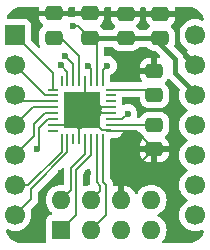
<source format=gbr>
%TF.GenerationSoftware,KiCad,Pcbnew,8.0.3*%
%TF.CreationDate,2024-07-22T10:14:54+02:00*%
%TF.ProjectId,Untitled,556e7469-746c-4656-942e-6b696361645f,rev?*%
%TF.SameCoordinates,Original*%
%TF.FileFunction,Copper,L1,Top*%
%TF.FilePolarity,Positive*%
%FSLAX46Y46*%
G04 Gerber Fmt 4.6, Leading zero omitted, Abs format (unit mm)*
G04 Created by KiCad (PCBNEW 8.0.3) date 2024-07-22 10:14:54*
%MOMM*%
%LPD*%
G01*
G04 APERTURE LIST*
G04 Aperture macros list*
%AMRoundRect*
0 Rectangle with rounded corners*
0 $1 Rounding radius*
0 $2 $3 $4 $5 $6 $7 $8 $9 X,Y pos of 4 corners*
0 Add a 4 corners polygon primitive as box body*
4,1,4,$2,$3,$4,$5,$6,$7,$8,$9,$2,$3,0*
0 Add four circle primitives for the rounded corners*
1,1,$1+$1,$2,$3*
1,1,$1+$1,$4,$5*
1,1,$1+$1,$6,$7*
1,1,$1+$1,$8,$9*
0 Add four rect primitives between the rounded corners*
20,1,$1+$1,$2,$3,$4,$5,0*
20,1,$1+$1,$4,$5,$6,$7,0*
20,1,$1+$1,$6,$7,$8,$9,0*
20,1,$1+$1,$8,$9,$2,$3,0*%
G04 Aperture macros list end*
%TA.AperFunction,SMDPad,CuDef*%
%ADD10RoundRect,0.250000X-0.475000X0.337500X-0.475000X-0.337500X0.475000X-0.337500X0.475000X0.337500X0*%
%TD*%
%TA.AperFunction,ComponentPad*%
%ADD11R,1.700000X1.700000*%
%TD*%
%TA.AperFunction,ComponentPad*%
%ADD12C,1.700000*%
%TD*%
%TA.AperFunction,ComponentPad*%
%ADD13R,1.600000X1.600000*%
%TD*%
%TA.AperFunction,ComponentPad*%
%ADD14O,1.600000X1.600000*%
%TD*%
%TA.AperFunction,SMDPad,CuDef*%
%ADD15RoundRect,0.062500X-0.375000X-0.062500X0.375000X-0.062500X0.375000X0.062500X-0.375000X0.062500X0*%
%TD*%
%TA.AperFunction,SMDPad,CuDef*%
%ADD16RoundRect,0.062500X-0.062500X-0.375000X0.062500X-0.375000X0.062500X0.375000X-0.062500X0.375000X0*%
%TD*%
%TA.AperFunction,HeatsinkPad*%
%ADD17C,0.630000*%
%TD*%
%TA.AperFunction,HeatsinkPad*%
%ADD18R,3.100000X3.100000*%
%TD*%
%TA.AperFunction,SMDPad,CuDef*%
%ADD19RoundRect,0.250000X0.475000X-0.337500X0.475000X0.337500X-0.475000X0.337500X-0.475000X-0.337500X0*%
%TD*%
%TA.AperFunction,ViaPad*%
%ADD20C,0.600000*%
%TD*%
%TA.AperFunction,Conductor*%
%ADD21C,0.200000*%
%TD*%
%TA.AperFunction,Conductor*%
%ADD22C,0.400000*%
%TD*%
G04 APERTURE END LIST*
D10*
%TO.P,C1,1*%
%TO.N,GND*%
X101600000Y-52556500D03*
%TO.P,C1,2*%
%TO.N,Net-(U2-AVDD)*%
X101600000Y-54631500D03*
%TD*%
%TO.P,C4,1*%
%TO.N,GND*%
X99187000Y-47730500D03*
%TO.P,C4,2*%
%TO.N,3V3*%
X99187000Y-49805500D03*
%TD*%
%TO.P,C5,1*%
%TO.N,GND*%
X102108000Y-47730500D03*
%TO.P,C5,2*%
%TO.N,3V3*%
X102108000Y-49805500D03*
%TD*%
D11*
%TO.P,U1,1,P0.02_A0_D0*%
%TO.N,MCLK*%
X89826500Y-49537590D03*
D12*
%TO.P,U1,2,P0.03_A1_D1*%
%TO.N,BCLK*%
X89826500Y-52077590D03*
%TO.P,U1,3,P0.28_A2_D2*%
%TO.N,WCLK*%
X89826500Y-54617590D03*
%TO.P,U1,4,P0.29_A3_D3*%
%TO.N,DIN*%
X89826500Y-57157590D03*
%TO.P,U1,5,P0.04_A4_D4_SDA*%
%TO.N,DOUT*%
X89826500Y-59697590D03*
%TO.P,U1,6,P0.05_A5_D5_SCL*%
%TO.N,SCL*%
X89826500Y-62237590D03*
%TO.P,U1,7,P1.11_D6_TX*%
%TO.N,SDA*%
X89826500Y-64777590D03*
%TO.P,U1,8,P1.12_D7_RX*%
%TO.N,unconnected-(U1-P1.12_D7_RX-Pad8)*%
X105076500Y-64777590D03*
%TO.P,U1,9,P1.13_D8_SCK*%
%TO.N,unconnected-(U1-P1.13_D8_SCK-Pad9)*%
X105076500Y-62237590D03*
%TO.P,U1,10,P1.14_D9_MISO*%
%TO.N,unconnected-(U1-P1.14_D9_MISO-Pad10)*%
X105076500Y-59697590D03*
%TO.P,U1,11,P1.15_D10_MOSI*%
%TO.N,~{RESET}*%
X105076500Y-57157590D03*
%TO.P,U1,12,3V3*%
%TO.N,3V3*%
X105076500Y-54617590D03*
%TO.P,U1,13,GND*%
%TO.N,GND*%
X105076500Y-52077590D03*
%TO.P,U1,14,5V*%
%TO.N,unconnected-(U1-5V-Pad14)*%
X105076500Y-49537590D03*
%TD*%
D13*
%TO.P,J1,1,IN1_R*%
%TO.N,IN1_R*%
X93726000Y-66040000D03*
D14*
%TO.P,J1,2,IN2_R*%
%TO.N,IN2_R*%
X96266000Y-66040000D03*
%TO.P,J1,3,MICBIAS*%
%TO.N,MICBIAS*%
X98806000Y-66040000D03*
%TO.P,J1,4,HPR*%
%TO.N,HPR*%
X101346000Y-66040000D03*
%TO.P,J1,5,HPL*%
%TO.N,HPL*%
X101346000Y-63500000D03*
%TO.P,J1,6,GND*%
%TO.N,GND*%
X98806000Y-63500000D03*
%TO.P,J1,7,IN2_L*%
%TO.N,IN2_L*%
X96266000Y-63500000D03*
%TO.P,J1,8,IN1_L*%
%TO.N,IN1_L*%
X93726000Y-63500000D03*
%TD*%
D10*
%TO.P,C3,1*%
%TO.N,GND*%
X93091000Y-47704000D03*
%TO.P,C3,2*%
%TO.N,Net-(U2-DVDD)*%
X93091000Y-49779000D03*
%TD*%
%TO.P,C6,1*%
%TO.N,GND*%
X96139000Y-47704000D03*
%TO.P,C6,2*%
%TO.N,3V3*%
X96139000Y-49779000D03*
%TD*%
D15*
%TO.P,U2,1,MCLK*%
%TO.N,MCLK*%
X93066500Y-54143000D03*
%TO.P,U2,2,BCLK*%
%TO.N,BCLK*%
X93066500Y-54643000D03*
%TO.P,U2,3,WCLK*%
%TO.N,WCLK*%
X93066500Y-55143000D03*
%TO.P,U2,4,DIN/MFP1*%
%TO.N,DIN*%
X93066500Y-55643000D03*
%TO.P,U2,5,DOUT/MFP2*%
%TO.N,DOUT*%
X93066500Y-56143000D03*
%TO.P,U2,6,IOVDD*%
%TO.N,3V3*%
X93066500Y-56643000D03*
%TO.P,U2,7,IOVSS*%
%TO.N,GND*%
X93066500Y-57143000D03*
%TO.P,U2,8,SCLK/MFP3*%
%TO.N,unconnected-(U2-SCLK{slash}MFP3-Pad8)*%
X93066500Y-57643000D03*
D16*
%TO.P,U2,9,SCL/SSZ*%
%TO.N,SCL*%
X93754000Y-58330500D03*
%TO.P,U2,10,SDA/MOSI*%
%TO.N,SDA*%
X94254000Y-58330500D03*
%TO.P,U2,11,MISO/MFP4*%
%TO.N,unconnected-(U2-MISO{slash}MFP4-Pad11)*%
X94754000Y-58330500D03*
%TO.P,U2,12,SPI_SELECT*%
%TO.N,GND*%
X95254000Y-58330500D03*
%TO.P,U2,13,IN1_L*%
%TO.N,IN1_L*%
X95754000Y-58330500D03*
%TO.P,U2,14,IN1_R*%
%TO.N,IN1_R*%
X96254000Y-58330500D03*
%TO.P,U2,15,IN2_L*%
%TO.N,IN2_L*%
X96754000Y-58330500D03*
%TO.P,U2,16,IN2_R*%
%TO.N,IN2_R*%
X97254000Y-58330500D03*
D15*
%TO.P,U2,17,AVSS*%
%TO.N,GND*%
X97941500Y-57643000D03*
%TO.P,U2,18,REF*%
%TO.N,Net-(U2-REF)*%
X97941500Y-57143000D03*
%TO.P,U2,19,MICBIAS*%
%TO.N,MICBIAS*%
X97941500Y-56643000D03*
%TO.P,U2,20,IN3_L*%
%TO.N,GND*%
X97941500Y-56143000D03*
%TO.P,U2,21,IN3_R*%
X97941500Y-55643000D03*
%TO.P,U2,22,LOL*%
%TO.N,unconnected-(U2-LOL-Pad22)*%
X97941500Y-55143000D03*
%TO.P,U2,23,LOR*%
%TO.N,unconnected-(U2-LOR-Pad23)*%
X97941500Y-54643000D03*
%TO.P,U2,24,AVDD*%
%TO.N,Net-(U2-AVDD)*%
X97941500Y-54143000D03*
D16*
%TO.P,U2,25,HPL*%
%TO.N,HPL*%
X97254000Y-53455500D03*
%TO.P,U2,26,LDOIN*%
%TO.N,3V3*%
X96754000Y-53455500D03*
%TO.P,U2,27,HPR*%
%TO.N,HPR*%
X96254000Y-53455500D03*
%TO.P,U2,28,DVSS*%
%TO.N,GND*%
X95754000Y-53455500D03*
%TO.P,U2,29,DVDD*%
%TO.N,Net-(U2-DVDD)*%
X95254000Y-53455500D03*
%TO.P,U2,30,LDO_SELECT*%
%TO.N,3V3*%
X94754000Y-53455500D03*
%TO.P,U2,31,~{RESET}*%
%TO.N,~{RESET}*%
X94254000Y-53455500D03*
%TO.P,U2,32,GPIO/MFP5*%
%TO.N,unconnected-(U2-GPIO{slash}MFP5-Pad32)*%
X93754000Y-53455500D03*
D17*
%TO.P,U2,33,THERMAL*%
%TO.N,GND*%
X94304000Y-54693000D03*
X94304000Y-55893000D03*
X94304000Y-57093000D03*
X95504000Y-54693000D03*
X95504000Y-55893000D03*
D18*
X95504000Y-55893000D03*
D17*
X95504000Y-57093000D03*
X96704000Y-54693000D03*
X96704000Y-55893000D03*
X96704000Y-57093000D03*
%TD*%
D19*
%TO.P,C2,1*%
%TO.N,GND*%
X101600000Y-59203500D03*
%TO.P,C2,2*%
%TO.N,Net-(U2-REF)*%
X101600000Y-57128500D03*
%TD*%
D20*
%TO.N,GND*%
X98298000Y-60198000D03*
X103378000Y-55880000D03*
X97790000Y-48768000D03*
X98552000Y-53086000D03*
X103632000Y-66294000D03*
X91186000Y-47752000D03*
X103124000Y-61214000D03*
X93726000Y-61214000D03*
X91440000Y-66040000D03*
X100838000Y-51054000D03*
X96012000Y-61214000D03*
X104394000Y-47752000D03*
%TO.N,3V3*%
X94742000Y-48768000D03*
X91694000Y-59182000D03*
X94081600Y-51308000D03*
%TO.N,~{RESET}*%
X93675200Y-52070000D03*
%TO.N,HPL*%
X97637600Y-52120800D03*
%TO.N,HPR*%
X95961200Y-52120800D03*
%TO.N,MICBIAS*%
X99364800Y-56184800D03*
%TD*%
D21*
%TO.N,GND*%
X96704000Y-57093000D02*
X97204000Y-57593000D01*
X95254000Y-58330500D02*
X95254000Y-57343000D01*
X103682800Y-48260000D02*
X103682800Y-50683890D01*
X96954000Y-55643000D02*
X96704000Y-55893000D01*
X98806000Y-63500000D02*
X98806000Y-61997500D01*
X103153300Y-47730500D02*
X103682800Y-48260000D01*
X97941500Y-55643000D02*
X96954000Y-55643000D01*
X95254000Y-57343000D02*
X95504000Y-57093000D01*
X93066500Y-57143000D02*
X94254000Y-57143000D01*
X95754000Y-53455500D02*
X95754000Y-54443000D01*
X96954000Y-56143000D02*
X96704000Y-55893000D01*
X94254000Y-57143000D02*
X94304000Y-57093000D01*
X97941500Y-56143000D02*
X96954000Y-56143000D01*
X96314000Y-47704000D02*
X96340500Y-47730500D01*
X97941500Y-57643000D02*
X100039500Y-57643000D01*
X99187000Y-47730500D02*
X102108000Y-47730500D01*
X95754000Y-54443000D02*
X95504000Y-54693000D01*
X103682800Y-50683890D02*
X105076500Y-52077590D01*
X98806000Y-61997500D02*
X101600000Y-59203500D01*
X97891500Y-57593000D02*
X97941500Y-57643000D01*
X96139000Y-47704000D02*
X96314000Y-47704000D01*
X102108000Y-47730500D02*
X103153300Y-47730500D01*
X97204000Y-57593000D02*
X97891500Y-57593000D01*
X100039500Y-57643000D02*
X101600000Y-59203500D01*
X93091000Y-47704000D02*
X96139000Y-47704000D01*
X96340500Y-47730500D02*
X99187000Y-47730500D01*
%TO.N,3V3*%
X96165500Y-49805500D02*
X96139000Y-49779000D01*
X96754000Y-50394000D02*
X96139000Y-49779000D01*
X91840000Y-57417614D02*
X92614614Y-56643000D01*
X91694000Y-59182000D02*
X91840000Y-59036000D01*
D22*
X103378000Y-51562000D02*
X102108000Y-50292000D01*
X105076500Y-54435756D02*
X103378000Y-52737256D01*
D21*
X102108000Y-50292000D02*
X102108000Y-49805500D01*
D22*
X102108000Y-49805500D02*
X99187000Y-49805500D01*
D21*
X91840000Y-59036000D02*
X91840000Y-57417614D01*
X105076500Y-54617590D02*
X105076500Y-54435756D01*
X95128000Y-48768000D02*
X96165500Y-49805500D01*
X94754000Y-51980400D02*
X94754000Y-53455500D01*
D22*
X99187000Y-49805500D02*
X96165500Y-49805500D01*
D21*
X94742000Y-48768000D02*
X95128000Y-48768000D01*
X94081600Y-51308000D02*
X94754000Y-51980400D01*
X92614614Y-56643000D02*
X93066500Y-56643000D01*
X96754000Y-53455500D02*
X96754000Y-50394000D01*
D22*
X103378000Y-52737256D02*
X103378000Y-51562000D01*
D21*
%TO.N,SDA*%
X91186000Y-62541686D02*
X91186000Y-63418090D01*
X94254000Y-58330500D02*
X94254000Y-59473686D01*
X94254000Y-59473686D02*
X91186000Y-62541686D01*
X91186000Y-63418090D02*
X89826500Y-64777590D01*
%TO.N,SCL*%
X93754000Y-59408000D02*
X90924410Y-62237590D01*
X93754000Y-58330500D02*
X93754000Y-59408000D01*
X90924410Y-62237590D02*
X89826500Y-62237590D01*
%TO.N,Net-(U2-AVDD)*%
X97941500Y-54143000D02*
X101111500Y-54143000D01*
X101111500Y-54143000D02*
X101600000Y-54631500D01*
X101098500Y-54130000D02*
X101600000Y-54631500D01*
%TO.N,Net-(U2-REF)*%
X101585500Y-57143000D02*
X101600000Y-57128500D01*
X97941500Y-57143000D02*
X101585500Y-57143000D01*
%TO.N,Net-(U2-DVDD)*%
X95250000Y-52578000D02*
X95254000Y-52582000D01*
X93721000Y-49779000D02*
X95250000Y-51308000D01*
X95254000Y-52582000D02*
X95254000Y-53455500D01*
X93091000Y-49779000D02*
X93721000Y-49779000D01*
X95250000Y-51308000D02*
X95250000Y-52578000D01*
%TO.N,MCLK*%
X93066500Y-54143000D02*
X93066500Y-52777590D01*
X93066500Y-52777590D02*
X89826500Y-49537590D01*
%TO.N,WCLK*%
X90351910Y-55143000D02*
X89826500Y-54617590D01*
X93066500Y-55143000D02*
X90351910Y-55143000D01*
%TO.N,~{RESET}*%
X94254000Y-53455500D02*
X94254000Y-52648800D01*
X94254000Y-52648800D02*
X93675200Y-52070000D01*
%TO.N,BCLK*%
X93066500Y-54643000D02*
X92391910Y-54643000D01*
X92391910Y-54643000D02*
X89826500Y-52077590D01*
%TO.N,DIN*%
X91341090Y-55643000D02*
X89826500Y-57157590D01*
X93066500Y-55643000D02*
X91341090Y-55643000D01*
%TO.N,DOUT*%
X91440000Y-58084090D02*
X89826500Y-59697590D01*
X92360471Y-56143000D02*
X91440000Y-57063471D01*
X93066500Y-56143000D02*
X92360471Y-56143000D01*
X91440000Y-57063471D02*
X91440000Y-58084090D01*
%TO.N,HPL*%
X97254000Y-52504400D02*
X97637600Y-52120800D01*
X97254000Y-53455500D02*
X97254000Y-52504400D01*
%TO.N,HPR*%
X96254000Y-53455500D02*
X96254000Y-52413600D01*
X96254000Y-52413600D02*
X95961200Y-52120800D01*
%TO.N,MICBIAS*%
X97941500Y-56643000D02*
X98906600Y-56643000D01*
X98906600Y-56643000D02*
X99364800Y-56184800D01*
%TO.N,IN2_L*%
X96754000Y-58330500D02*
X96754000Y-62013685D01*
X97028000Y-62738000D02*
X96266000Y-63500000D01*
X96754000Y-62013685D02*
X97028000Y-62287685D01*
X97028000Y-62287685D02*
X97028000Y-62738000D01*
%TO.N,IN2_R*%
X97254000Y-61948000D02*
X97536000Y-62230000D01*
X97536000Y-64770000D02*
X96266000Y-66040000D01*
X97536000Y-62230000D02*
X97536000Y-64770000D01*
X97254000Y-58330500D02*
X97254000Y-61948000D01*
%TO.N,IN1_R*%
X96254000Y-59702000D02*
X94996000Y-60960000D01*
X96254000Y-58330500D02*
X96254000Y-59702000D01*
X94996000Y-60960000D02*
X94996000Y-64770000D01*
X94996000Y-64770000D02*
X93726000Y-66040000D01*
%TO.N,IN1_L*%
X95754000Y-58330500D02*
X95754000Y-59636314D01*
X95754000Y-59636314D02*
X94596000Y-60794314D01*
X94596000Y-60794314D02*
X94596000Y-62630000D01*
X94596000Y-62630000D02*
X93726000Y-63500000D01*
%TD*%
%TA.AperFunction,Conductor*%
%TO.N,GND*%
G36*
X93914833Y-60764601D02*
G01*
X93970766Y-60806473D01*
X93991958Y-60863290D01*
X93993812Y-60862982D01*
X93993813Y-60862988D01*
X93994374Y-60869768D01*
X93995183Y-60871937D01*
X93995499Y-60880783D01*
X93995499Y-60883360D01*
X93995500Y-60883373D01*
X93995500Y-62082788D01*
X93975815Y-62149827D01*
X93923011Y-62195582D01*
X93860693Y-62206316D01*
X93726002Y-62194532D01*
X93725998Y-62194532D01*
X93499313Y-62214364D01*
X93499302Y-62214366D01*
X93279511Y-62273258D01*
X93279502Y-62273261D01*
X93073267Y-62369431D01*
X93073265Y-62369432D01*
X92886858Y-62499954D01*
X92725954Y-62660858D01*
X92595432Y-62847265D01*
X92595431Y-62847267D01*
X92499261Y-63053502D01*
X92499258Y-63053511D01*
X92440366Y-63273302D01*
X92440364Y-63273313D01*
X92420532Y-63499998D01*
X92420532Y-63500001D01*
X92440364Y-63726686D01*
X92440366Y-63726697D01*
X92499258Y-63946488D01*
X92499261Y-63946497D01*
X92595431Y-64152732D01*
X92595432Y-64152734D01*
X92725954Y-64339141D01*
X92886858Y-64500045D01*
X92911462Y-64517273D01*
X92955087Y-64571849D01*
X92962281Y-64641348D01*
X92930758Y-64703703D01*
X92870529Y-64739117D01*
X92853593Y-64742138D01*
X92818516Y-64745908D01*
X92683671Y-64796202D01*
X92683664Y-64796206D01*
X92568455Y-64882452D01*
X92568452Y-64882455D01*
X92482206Y-64997664D01*
X92482202Y-64997671D01*
X92431908Y-65132517D01*
X92425501Y-65192116D01*
X92425500Y-65192135D01*
X92425500Y-66887870D01*
X92425501Y-66887876D01*
X92431908Y-66947483D01*
X92436477Y-66959731D01*
X92441461Y-67029423D01*
X92407976Y-67090746D01*
X92346653Y-67124230D01*
X92320295Y-67127064D01*
X90384170Y-67127064D01*
X90384141Y-67127062D01*
X90375518Y-67127062D01*
X90367776Y-67127062D01*
X90314497Y-67127063D01*
X90304769Y-67126681D01*
X90119509Y-67112105D01*
X90100289Y-67109061D01*
X89924350Y-67066824D01*
X89905844Y-67060811D01*
X89738666Y-66991565D01*
X89721329Y-66982732D01*
X89567051Y-66888192D01*
X89551308Y-66876754D01*
X89413717Y-66759240D01*
X89399959Y-66745482D01*
X89341202Y-66676686D01*
X89282444Y-66607889D01*
X89271007Y-66592148D01*
X89265614Y-66583348D01*
X89176465Y-66437867D01*
X89167634Y-66420533D01*
X89098388Y-66253355D01*
X89092377Y-66234854D01*
X89068726Y-66136335D01*
X89072217Y-66066553D01*
X89112882Y-66009736D01*
X89177809Y-65983924D01*
X89241704Y-65995007D01*
X89362837Y-66051493D01*
X89591092Y-66112653D01*
X89779418Y-66129129D01*
X89826499Y-66133249D01*
X89826500Y-66133249D01*
X89826501Y-66133249D01*
X89865734Y-66129816D01*
X90061908Y-66112653D01*
X90290163Y-66051493D01*
X90504330Y-65951625D01*
X90697901Y-65816085D01*
X90864995Y-65648991D01*
X91000535Y-65455420D01*
X91100403Y-65241253D01*
X91161563Y-65012998D01*
X91182159Y-64777590D01*
X91161563Y-64542182D01*
X91127171Y-64413829D01*
X91128834Y-64343983D01*
X91159263Y-64294060D01*
X91544506Y-63908818D01*
X91544511Y-63908814D01*
X91554714Y-63898610D01*
X91554716Y-63898610D01*
X91666520Y-63786806D01*
X91745577Y-63649874D01*
X91786500Y-63497147D01*
X91786500Y-62841782D01*
X91806185Y-62774743D01*
X91822814Y-62754106D01*
X93783818Y-60793101D01*
X93845141Y-60759617D01*
X93914833Y-60764601D01*
G37*
%TD.AperFunction*%
%TA.AperFunction,Conductor*%
G36*
X102901639Y-53252261D02*
G01*
X102909867Y-53259781D01*
X103752273Y-54102186D01*
X103785758Y-54163509D01*
X103784367Y-54221960D01*
X103741438Y-54382176D01*
X103741436Y-54382186D01*
X103720841Y-54617589D01*
X103720841Y-54617590D01*
X103741436Y-54852993D01*
X103741438Y-54853003D01*
X103802594Y-55081245D01*
X103802596Y-55081249D01*
X103802597Y-55081253D01*
X103877741Y-55242400D01*
X103902465Y-55295420D01*
X103902467Y-55295424D01*
X104003901Y-55440285D01*
X104031347Y-55479483D01*
X104038001Y-55488985D01*
X104038006Y-55488992D01*
X104205097Y-55656083D01*
X104205103Y-55656088D01*
X104390658Y-55786015D01*
X104434283Y-55840592D01*
X104441477Y-55910090D01*
X104409954Y-55972445D01*
X104390658Y-55989165D01*
X104205097Y-56119095D01*
X104038005Y-56286187D01*
X103902465Y-56479759D01*
X103902464Y-56479761D01*
X103802598Y-56693925D01*
X103802594Y-56693934D01*
X103741438Y-56922176D01*
X103741436Y-56922186D01*
X103720841Y-57157589D01*
X103720841Y-57157590D01*
X103741436Y-57392993D01*
X103741438Y-57393003D01*
X103802594Y-57621245D01*
X103802596Y-57621249D01*
X103802597Y-57621253D01*
X103880082Y-57787419D01*
X103902465Y-57835420D01*
X103902467Y-57835424D01*
X104038001Y-58028985D01*
X104038006Y-58028992D01*
X104205097Y-58196083D01*
X104205103Y-58196088D01*
X104390658Y-58326015D01*
X104434283Y-58380592D01*
X104441477Y-58450090D01*
X104409954Y-58512445D01*
X104390658Y-58529165D01*
X104205097Y-58659095D01*
X104038005Y-58826187D01*
X103902465Y-59019759D01*
X103902464Y-59019761D01*
X103802598Y-59233925D01*
X103802594Y-59233934D01*
X103741438Y-59462176D01*
X103741436Y-59462186D01*
X103720841Y-59697589D01*
X103720841Y-59697590D01*
X103741436Y-59932993D01*
X103741438Y-59933003D01*
X103802594Y-60161245D01*
X103802596Y-60161249D01*
X103802597Y-60161253D01*
X103858206Y-60280506D01*
X103902465Y-60375420D01*
X103902467Y-60375424D01*
X104038001Y-60568985D01*
X104038006Y-60568992D01*
X104205097Y-60736083D01*
X104205103Y-60736088D01*
X104390658Y-60866015D01*
X104434283Y-60920592D01*
X104441477Y-60990090D01*
X104409954Y-61052445D01*
X104390658Y-61069165D01*
X104205097Y-61199095D01*
X104038005Y-61366187D01*
X103902465Y-61559759D01*
X103902464Y-61559761D01*
X103802598Y-61773925D01*
X103802594Y-61773934D01*
X103741438Y-62002176D01*
X103741436Y-62002186D01*
X103720841Y-62237589D01*
X103720841Y-62237590D01*
X103741436Y-62472993D01*
X103741438Y-62473003D01*
X103802594Y-62701245D01*
X103802596Y-62701249D01*
X103802597Y-62701253D01*
X103836866Y-62774743D01*
X103902465Y-62915420D01*
X103902467Y-62915424D01*
X103999157Y-63053511D01*
X104031709Y-63100000D01*
X104038001Y-63108985D01*
X104038006Y-63108992D01*
X104205097Y-63276083D01*
X104205103Y-63276088D01*
X104390658Y-63406015D01*
X104434283Y-63460592D01*
X104441477Y-63530090D01*
X104409954Y-63592445D01*
X104390658Y-63609165D01*
X104205097Y-63739095D01*
X104038005Y-63906187D01*
X103902465Y-64099759D01*
X103902464Y-64099761D01*
X103802598Y-64313925D01*
X103802594Y-64313934D01*
X103741438Y-64542176D01*
X103741436Y-64542186D01*
X103720841Y-64777589D01*
X103720841Y-64777590D01*
X103741436Y-65012993D01*
X103741438Y-65013003D01*
X103802594Y-65241245D01*
X103802596Y-65241249D01*
X103802597Y-65241253D01*
X103870684Y-65387265D01*
X103902465Y-65455420D01*
X103902467Y-65455424D01*
X103999157Y-65593511D01*
X104038005Y-65648991D01*
X104205099Y-65816085D01*
X104301884Y-65883855D01*
X104398665Y-65951622D01*
X104398667Y-65951623D01*
X104398670Y-65951625D01*
X104612837Y-66051493D01*
X104841092Y-66112653D01*
X105029418Y-66129129D01*
X105076499Y-66133249D01*
X105076500Y-66133249D01*
X105076501Y-66133249D01*
X105115734Y-66129816D01*
X105311908Y-66112653D01*
X105540163Y-66051493D01*
X105622784Y-66012965D01*
X105691860Y-66002474D01*
X105755644Y-66030993D01*
X105793884Y-66089470D01*
X105795762Y-66154293D01*
X105776424Y-66234848D01*
X105770411Y-66253355D01*
X105701165Y-66420533D01*
X105692332Y-66437870D01*
X105597792Y-66592148D01*
X105586354Y-66607891D01*
X105468840Y-66745482D01*
X105455082Y-66759240D01*
X105317491Y-66876754D01*
X105301748Y-66888192D01*
X105147470Y-66982732D01*
X105130133Y-66991565D01*
X104962955Y-67060811D01*
X104944449Y-67066824D01*
X104768510Y-67109061D01*
X104749290Y-67112105D01*
X104564030Y-67126681D01*
X104554302Y-67127063D01*
X104501024Y-67127062D01*
X104493282Y-67127062D01*
X104493281Y-67127062D01*
X104484658Y-67127062D01*
X104484630Y-67127064D01*
X102397485Y-67127064D01*
X102330446Y-67107379D01*
X102284691Y-67054575D01*
X102274747Y-66985417D01*
X102303772Y-66921861D01*
X102309804Y-66915383D01*
X102346045Y-66879141D01*
X102346047Y-66879139D01*
X102476568Y-66692734D01*
X102572739Y-66486496D01*
X102631635Y-66266692D01*
X102650462Y-66051495D01*
X102651468Y-66040001D01*
X102651468Y-66039998D01*
X102638919Y-65896562D01*
X102631635Y-65813308D01*
X102572739Y-65593504D01*
X102476568Y-65387266D01*
X102346047Y-65200861D01*
X102346045Y-65200858D01*
X102185141Y-65039954D01*
X101998734Y-64909432D01*
X101998728Y-64909429D01*
X101940882Y-64882455D01*
X101940724Y-64882381D01*
X101888285Y-64836210D01*
X101869133Y-64769017D01*
X101889348Y-64702135D01*
X101940725Y-64657618D01*
X101941319Y-64657341D01*
X101998734Y-64630568D01*
X102185139Y-64500047D01*
X102346047Y-64339139D01*
X102476568Y-64152734D01*
X102572739Y-63946496D01*
X102631635Y-63726692D01*
X102651468Y-63500000D01*
X102651218Y-63497147D01*
X102631878Y-63276085D01*
X102631635Y-63273308D01*
X102572739Y-63053504D01*
X102476568Y-62847266D01*
X102346047Y-62660861D01*
X102346045Y-62660858D01*
X102185141Y-62499954D01*
X101998734Y-62369432D01*
X101998732Y-62369431D01*
X101792497Y-62273261D01*
X101792488Y-62273258D01*
X101572697Y-62214366D01*
X101572693Y-62214365D01*
X101572692Y-62214365D01*
X101572691Y-62214364D01*
X101572686Y-62214364D01*
X101346002Y-62194532D01*
X101345998Y-62194532D01*
X101119313Y-62214364D01*
X101119302Y-62214366D01*
X100899511Y-62273258D01*
X100899502Y-62273261D01*
X100693267Y-62369431D01*
X100693265Y-62369432D01*
X100506858Y-62499954D01*
X100345954Y-62660858D01*
X100215433Y-62847264D01*
X100215432Y-62847266D01*
X100215315Y-62847518D01*
X100188106Y-62905867D01*
X100141933Y-62958306D01*
X100074739Y-62977457D01*
X100007858Y-62957241D01*
X99963342Y-62905865D01*
X99936135Y-62847520D01*
X99936134Y-62847518D01*
X99805657Y-62661179D01*
X99644820Y-62500342D01*
X99458482Y-62369865D01*
X99252328Y-62273734D01*
X99056000Y-62221127D01*
X99056000Y-63184314D01*
X99051606Y-63179920D01*
X98960394Y-63127259D01*
X98858661Y-63100000D01*
X98753339Y-63100000D01*
X98651606Y-63127259D01*
X98560394Y-63179920D01*
X98556000Y-63184314D01*
X98556000Y-62221127D01*
X98359669Y-62273735D01*
X98312904Y-62295542D01*
X98243826Y-62306034D01*
X98180043Y-62277514D01*
X98141804Y-62219037D01*
X98136500Y-62183160D01*
X98136500Y-62150946D01*
X98136500Y-62150943D01*
X98112445Y-62061166D01*
X98095577Y-61998215D01*
X98049824Y-61918969D01*
X98016520Y-61861284D01*
X97904716Y-61749480D01*
X97900385Y-61745149D01*
X97900374Y-61745139D01*
X97890819Y-61735584D01*
X97857334Y-61674261D01*
X97854500Y-61647903D01*
X97854500Y-59590986D01*
X100375001Y-59590986D01*
X100385494Y-59693697D01*
X100440641Y-59860119D01*
X100440643Y-59860124D01*
X100532684Y-60009345D01*
X100656654Y-60133315D01*
X100805875Y-60225356D01*
X100805880Y-60225358D01*
X100972302Y-60280505D01*
X100972309Y-60280506D01*
X101075019Y-60290999D01*
X101349999Y-60290999D01*
X101850000Y-60290999D01*
X102124972Y-60290999D01*
X102124986Y-60290998D01*
X102227697Y-60280505D01*
X102394119Y-60225358D01*
X102394124Y-60225356D01*
X102543345Y-60133315D01*
X102667315Y-60009345D01*
X102759356Y-59860124D01*
X102759358Y-59860119D01*
X102814505Y-59693697D01*
X102814506Y-59693690D01*
X102824999Y-59590986D01*
X102825000Y-59590973D01*
X102825000Y-59453500D01*
X101850000Y-59453500D01*
X101850000Y-60290999D01*
X101349999Y-60290999D01*
X101350000Y-60290998D01*
X101350000Y-59453500D01*
X100375001Y-59453500D01*
X100375001Y-59590986D01*
X97854500Y-59590986D01*
X97854500Y-58902507D01*
X97863940Y-58855051D01*
X97865009Y-58852472D01*
X97879500Y-58742401D01*
X97879499Y-58380359D01*
X97899183Y-58313322D01*
X97951987Y-58267567D01*
X98021146Y-58257623D01*
X98043868Y-58268000D01*
X98353363Y-58268000D01*
X98353377Y-58267999D01*
X98463341Y-58253521D01*
X98463342Y-58253521D01*
X98600175Y-58196843D01*
X98717679Y-58106679D01*
X98807843Y-57989175D01*
X98864521Y-57852342D01*
X98864522Y-57852339D01*
X98864657Y-57851316D01*
X98865010Y-57850515D01*
X98866625Y-57844492D01*
X98867564Y-57844743D01*
X98892923Y-57787419D01*
X98951247Y-57748947D01*
X98987596Y-57743500D01*
X100345176Y-57743500D01*
X100412215Y-57763185D01*
X100450715Y-57802404D01*
X100522384Y-57918600D01*
X100532288Y-57934656D01*
X100656344Y-58058712D01*
X100659628Y-58060737D01*
X100659653Y-58060753D01*
X100661445Y-58062746D01*
X100662011Y-58063193D01*
X100661934Y-58063289D01*
X100706379Y-58112699D01*
X100717603Y-58181661D01*
X100689761Y-58245744D01*
X100659665Y-58271826D01*
X100656660Y-58273679D01*
X100656655Y-58273683D01*
X100532684Y-58397654D01*
X100440643Y-58546875D01*
X100440641Y-58546880D01*
X100385494Y-58713302D01*
X100385493Y-58713309D01*
X100375000Y-58816013D01*
X100375000Y-58953500D01*
X102824999Y-58953500D01*
X102824999Y-58816028D01*
X102824998Y-58816013D01*
X102814505Y-58713302D01*
X102759358Y-58546880D01*
X102759356Y-58546875D01*
X102667315Y-58397654D01*
X102543344Y-58273683D01*
X102543341Y-58273681D01*
X102540339Y-58271829D01*
X102538713Y-58270021D01*
X102537677Y-58269202D01*
X102537817Y-58269024D01*
X102493617Y-58219880D01*
X102482397Y-58150917D01*
X102510243Y-58086836D01*
X102540344Y-58060754D01*
X102543656Y-58058712D01*
X102667712Y-57934656D01*
X102759814Y-57785334D01*
X102814999Y-57618797D01*
X102825500Y-57516009D01*
X102825499Y-56740992D01*
X102814999Y-56638203D01*
X102759814Y-56471666D01*
X102667712Y-56322344D01*
X102543656Y-56198288D01*
X102394334Y-56106186D01*
X102227797Y-56051001D01*
X102227795Y-56051000D01*
X102125010Y-56040500D01*
X101074998Y-56040500D01*
X101074980Y-56040501D01*
X100972203Y-56051000D01*
X100972200Y-56051001D01*
X100805668Y-56106185D01*
X100805663Y-56106187D01*
X100656342Y-56198289D01*
X100532289Y-56322342D01*
X100514063Y-56351891D01*
X100477558Y-56411077D01*
X100436395Y-56477813D01*
X100435139Y-56477038D01*
X100394371Y-56523343D01*
X100328159Y-56542500D01*
X100262490Y-56542500D01*
X100195451Y-56522815D01*
X100149696Y-56470011D01*
X100139752Y-56400853D01*
X100145448Y-56377547D01*
X100150166Y-56364061D01*
X100150169Y-56364049D01*
X100170365Y-56184803D01*
X100170365Y-56184796D01*
X100150169Y-56005550D01*
X100150168Y-56005545D01*
X100099409Y-55860485D01*
X100090589Y-55835278D01*
X100058364Y-55783993D01*
X100017840Y-55719499D01*
X99994616Y-55682538D01*
X99867062Y-55554984D01*
X99714323Y-55459011D01*
X99544054Y-55399431D01*
X99544049Y-55399430D01*
X99364804Y-55379235D01*
X99364796Y-55379235D01*
X99185550Y-55399430D01*
X99185542Y-55399432D01*
X99033243Y-55452724D01*
X98963464Y-55456285D01*
X98902837Y-55421556D01*
X98870610Y-55359563D01*
X98869350Y-55319496D01*
X98872519Y-55295424D01*
X98879500Y-55242401D01*
X98879499Y-55043600D01*
X98865009Y-54933528D01*
X98865008Y-54933525D01*
X98862905Y-54925674D01*
X98866207Y-54924789D01*
X98860392Y-54871075D01*
X98863501Y-54860485D01*
X98862905Y-54860326D01*
X98865008Y-54852474D01*
X98865007Y-54852474D01*
X98865009Y-54852472D01*
X98865161Y-54851316D01*
X98865561Y-54850412D01*
X98867112Y-54844624D01*
X98868014Y-54844865D01*
X98893426Y-54787420D01*
X98951750Y-54748948D01*
X98988100Y-54743500D01*
X100250501Y-54743500D01*
X100317540Y-54763185D01*
X100363295Y-54815989D01*
X100374501Y-54867500D01*
X100374501Y-55019018D01*
X100385000Y-55121796D01*
X100385001Y-55121799D01*
X100440185Y-55288331D01*
X100440187Y-55288336D01*
X100444559Y-55295424D01*
X100532288Y-55437656D01*
X100656344Y-55561712D01*
X100805666Y-55653814D01*
X100972203Y-55708999D01*
X101074991Y-55719500D01*
X102125008Y-55719499D01*
X102125016Y-55719498D01*
X102125019Y-55719498D01*
X102181302Y-55713748D01*
X102227797Y-55708999D01*
X102394334Y-55653814D01*
X102543656Y-55561712D01*
X102667712Y-55437656D01*
X102759814Y-55288334D01*
X102814999Y-55121797D01*
X102825500Y-55019009D01*
X102825499Y-54243992D01*
X102823248Y-54221960D01*
X102814999Y-54141203D01*
X102814998Y-54141200D01*
X102802070Y-54102186D01*
X102759814Y-53974666D01*
X102667712Y-53825344D01*
X102543656Y-53701288D01*
X102540342Y-53699243D01*
X102538546Y-53697248D01*
X102537989Y-53696807D01*
X102538064Y-53696711D01*
X102493618Y-53647297D01*
X102482397Y-53578334D01*
X102510240Y-53514252D01*
X102540348Y-53488165D01*
X102543342Y-53486318D01*
X102667317Y-53362343D01*
X102716647Y-53282366D01*
X102768594Y-53235641D01*
X102837557Y-53224418D01*
X102901639Y-53252261D01*
G37*
%TD.AperFunction*%
%TA.AperFunction,Conductor*%
G36*
X96072834Y-60834915D02*
G01*
X96128767Y-60876787D01*
X96153184Y-60942251D01*
X96153500Y-60951097D01*
X96153500Y-61927015D01*
X96153499Y-61927033D01*
X96153499Y-62090749D01*
X96133814Y-62157788D01*
X96081010Y-62203543D01*
X96044588Y-62213150D01*
X96044637Y-62213426D01*
X96041338Y-62214007D01*
X96040321Y-62214276D01*
X96039317Y-62214363D01*
X96039302Y-62214366D01*
X95819511Y-62273258D01*
X95819506Y-62273260D01*
X95772904Y-62294991D01*
X95703826Y-62305482D01*
X95640042Y-62276961D01*
X95601803Y-62218484D01*
X95596500Y-62182608D01*
X95596500Y-61260097D01*
X95616185Y-61193058D01*
X95632819Y-61172416D01*
X95941819Y-60863416D01*
X96003142Y-60829931D01*
X96072834Y-60834915D01*
G37*
%TD.AperFunction*%
%TA.AperFunction,Conductor*%
G36*
X95812127Y-54251206D02*
G01*
X95829478Y-54262356D01*
X95907571Y-54322279D01*
X95931828Y-54332326D01*
X95962889Y-54345193D01*
X96017292Y-54389034D01*
X96039357Y-54455328D01*
X96022078Y-54523028D01*
X96003117Y-54547435D01*
X95857553Y-54692999D01*
X95857553Y-54693000D01*
X96104000Y-54939447D01*
X96350447Y-54693000D01*
X96317626Y-54660179D01*
X96539000Y-54660179D01*
X96539000Y-54725821D01*
X96564119Y-54786465D01*
X96610535Y-54832881D01*
X96671179Y-54858000D01*
X96736821Y-54858000D01*
X96797465Y-54832881D01*
X96843881Y-54786465D01*
X96869000Y-54725821D01*
X96869000Y-54660179D01*
X96843881Y-54599535D01*
X96797465Y-54553119D01*
X96736821Y-54528000D01*
X96671179Y-54528000D01*
X96610535Y-54553119D01*
X96564119Y-54599535D01*
X96539000Y-54660179D01*
X96317626Y-54660179D01*
X96262627Y-54605180D01*
X96229142Y-54543857D01*
X96234126Y-54474165D01*
X96275998Y-54418232D01*
X96341462Y-54393815D01*
X96350307Y-54393499D01*
X96353400Y-54393499D01*
X96353402Y-54393499D01*
X96387318Y-54389034D01*
X96463472Y-54379009D01*
X96463475Y-54379007D01*
X96471326Y-54376905D01*
X96472210Y-54380207D01*
X96525925Y-54374392D01*
X96536514Y-54377501D01*
X96536674Y-54376905D01*
X96544524Y-54379008D01*
X96544526Y-54379008D01*
X96544528Y-54379009D01*
X96654599Y-54393500D01*
X96706690Y-54393499D01*
X96773728Y-54413182D01*
X96794371Y-54429818D01*
X96967181Y-54602628D01*
X97000666Y-54663951D01*
X97003500Y-54690307D01*
X97003500Y-54742402D01*
X97017989Y-54852468D01*
X97020094Y-54860322D01*
X97016814Y-54861200D01*
X97022581Y-54915073D01*
X97019517Y-54925522D01*
X97020095Y-54925677D01*
X97017990Y-54933529D01*
X97003500Y-55043598D01*
X97003500Y-55046691D01*
X97003238Y-55047581D01*
X97003234Y-55047650D01*
X97003218Y-55047648D01*
X96983815Y-55113730D01*
X96931011Y-55159485D01*
X96861853Y-55169429D01*
X96798297Y-55140404D01*
X96791819Y-55134372D01*
X96704000Y-55046553D01*
X96457553Y-55293000D01*
X96703999Y-55539446D01*
X96849564Y-55393882D01*
X96910887Y-55360397D01*
X96980578Y-55365381D01*
X97036512Y-55407252D01*
X97051806Y-55434109D01*
X97059517Y-55452724D01*
X97074721Y-55489429D01*
X97164964Y-55607036D01*
X97164967Y-55607039D01*
X97164971Y-55607043D01*
X97166564Y-55608637D01*
X97167477Y-55610310D01*
X97169912Y-55613483D01*
X97169417Y-55613862D01*
X97200045Y-55669962D01*
X97195056Y-55739653D01*
X97166559Y-55783993D01*
X97057553Y-55893000D01*
X97166559Y-56002005D01*
X97200044Y-56063328D01*
X97195060Y-56133020D01*
X97169755Y-56172396D01*
X97169912Y-56172517D01*
X97168475Y-56174389D01*
X97166565Y-56177362D01*
X97164971Y-56178956D01*
X97164966Y-56178962D01*
X97164964Y-56178964D01*
X97116287Y-56242401D01*
X97074718Y-56296574D01*
X97074718Y-56296575D01*
X97051805Y-56351891D01*
X97007963Y-56406293D01*
X96941669Y-56428357D01*
X96873970Y-56411077D01*
X96849564Y-56392117D01*
X96704000Y-56246553D01*
X96457553Y-56493000D01*
X96703999Y-56739446D01*
X96791818Y-56651627D01*
X96853141Y-56618142D01*
X96922833Y-56623126D01*
X96978767Y-56664997D01*
X97003184Y-56730461D01*
X97003500Y-56739291D01*
X97003500Y-56742399D01*
X97017989Y-56852468D01*
X97020094Y-56860322D01*
X97016814Y-56861200D01*
X97022581Y-56915073D01*
X97019517Y-56925522D01*
X97020095Y-56925677D01*
X97017990Y-56933529D01*
X97003500Y-57043598D01*
X97003500Y-57242400D01*
X97005165Y-57255045D01*
X96994396Y-57324080D01*
X96948013Y-57376333D01*
X96880743Y-57395215D01*
X96866046Y-57394164D01*
X96853401Y-57392500D01*
X96654596Y-57392500D01*
X96544531Y-57406989D01*
X96536678Y-57409094D01*
X96535802Y-57405824D01*
X96481853Y-57411567D01*
X96471477Y-57408518D01*
X96471323Y-57409095D01*
X96463470Y-57406990D01*
X96353402Y-57392500D01*
X96350308Y-57392500D01*
X96349417Y-57392238D01*
X96349350Y-57392234D01*
X96349350Y-57392218D01*
X96283269Y-57372815D01*
X96237514Y-57320011D01*
X96227570Y-57250853D01*
X96256595Y-57187297D01*
X96262627Y-57180818D01*
X96350446Y-57092999D01*
X96317626Y-57060179D01*
X96539000Y-57060179D01*
X96539000Y-57125821D01*
X96564119Y-57186465D01*
X96610535Y-57232881D01*
X96671179Y-57258000D01*
X96736821Y-57258000D01*
X96797465Y-57232881D01*
X96843881Y-57186465D01*
X96869000Y-57125821D01*
X96869000Y-57060179D01*
X96843881Y-56999535D01*
X96797465Y-56953119D01*
X96736821Y-56928000D01*
X96671179Y-56928000D01*
X96610535Y-56953119D01*
X96564119Y-56999535D01*
X96539000Y-57060179D01*
X96317626Y-57060179D01*
X96104000Y-56846553D01*
X95857553Y-57093000D01*
X95945388Y-57180835D01*
X95978873Y-57242158D01*
X95973889Y-57311850D01*
X95932017Y-57367783D01*
X95866553Y-57392200D01*
X95857460Y-57392230D01*
X95857461Y-57392500D01*
X95654596Y-57392500D01*
X95544536Y-57406988D01*
X95544527Y-57406991D01*
X95407573Y-57463719D01*
X95407570Y-57463721D01*
X95329486Y-57523637D01*
X95264317Y-57548831D01*
X95195872Y-57534792D01*
X95178514Y-57523637D01*
X95100429Y-57463721D01*
X95100428Y-57463720D01*
X95045109Y-57440806D01*
X94990706Y-57396964D01*
X94968642Y-57330670D01*
X94985922Y-57262970D01*
X95004882Y-57238564D01*
X95150446Y-57092999D01*
X95117626Y-57060179D01*
X95339000Y-57060179D01*
X95339000Y-57125821D01*
X95364119Y-57186465D01*
X95410535Y-57232881D01*
X95471179Y-57258000D01*
X95536821Y-57258000D01*
X95597465Y-57232881D01*
X95643881Y-57186465D01*
X95669000Y-57125821D01*
X95669000Y-57060179D01*
X95643881Y-56999535D01*
X95597465Y-56953119D01*
X95536821Y-56928000D01*
X95471179Y-56928000D01*
X95410535Y-56953119D01*
X95364119Y-56999535D01*
X95339000Y-57060179D01*
X95117626Y-57060179D01*
X94904000Y-56846553D01*
X94657553Y-57093000D01*
X94745372Y-57180819D01*
X94778857Y-57242142D01*
X94773873Y-57311834D01*
X94732001Y-57367767D01*
X94666537Y-57392184D01*
X94657708Y-57392500D01*
X94654600Y-57392500D01*
X94544531Y-57406989D01*
X94536678Y-57409094D01*
X94535802Y-57405824D01*
X94481853Y-57411567D01*
X94471477Y-57408518D01*
X94471323Y-57409095D01*
X94463470Y-57406990D01*
X94353410Y-57392501D01*
X94353407Y-57392500D01*
X94353401Y-57392500D01*
X94353394Y-57392500D01*
X94301309Y-57392500D01*
X94234270Y-57372815D01*
X94213628Y-57356181D01*
X93966559Y-57109112D01*
X93939839Y-57060179D01*
X94139000Y-57060179D01*
X94139000Y-57125821D01*
X94164119Y-57186465D01*
X94210535Y-57232881D01*
X94271179Y-57258000D01*
X94336821Y-57258000D01*
X94397465Y-57232881D01*
X94443881Y-57186465D01*
X94469000Y-57125821D01*
X94469000Y-57060179D01*
X94443881Y-56999535D01*
X94397465Y-56953119D01*
X94336821Y-56928000D01*
X94271179Y-56928000D01*
X94210535Y-56953119D01*
X94164119Y-56999535D01*
X94139000Y-57060179D01*
X93939839Y-57060179D01*
X93933074Y-57047789D01*
X93938058Y-56978097D01*
X93939679Y-56973978D01*
X93948319Y-56953119D01*
X93990009Y-56852472D01*
X94004500Y-56742401D01*
X94004499Y-56739321D01*
X94004760Y-56738433D01*
X94004766Y-56738350D01*
X94004784Y-56738351D01*
X94024174Y-56672283D01*
X94076972Y-56626521D01*
X94146129Y-56616568D01*
X94209689Y-56645584D01*
X94216180Y-56651627D01*
X94304000Y-56739447D01*
X94550447Y-56493000D01*
X95257553Y-56493000D01*
X95504000Y-56739447D01*
X95750447Y-56493000D01*
X95504000Y-56246553D01*
X95257553Y-56493000D01*
X94550447Y-56493000D01*
X94304000Y-56246553D01*
X94216164Y-56334389D01*
X94154841Y-56367873D01*
X94085149Y-56362889D01*
X94029216Y-56321017D01*
X94004799Y-56255553D01*
X94004786Y-56246460D01*
X94004500Y-56246461D01*
X94004499Y-56043598D01*
X93997333Y-55989165D01*
X93990009Y-55933528D01*
X93990008Y-55933525D01*
X93987905Y-55925674D01*
X93991207Y-55924789D01*
X93985392Y-55871075D01*
X93988501Y-55860485D01*
X93987905Y-55860326D01*
X93987944Y-55860179D01*
X94139000Y-55860179D01*
X94139000Y-55925821D01*
X94164119Y-55986465D01*
X94210535Y-56032881D01*
X94271179Y-56058000D01*
X94336821Y-56058000D01*
X94397465Y-56032881D01*
X94443881Y-55986465D01*
X94469000Y-55925821D01*
X94469000Y-55893000D01*
X94657553Y-55893000D01*
X94904000Y-56139447D01*
X95150447Y-55893000D01*
X95117626Y-55860179D01*
X95339000Y-55860179D01*
X95339000Y-55925821D01*
X95364119Y-55986465D01*
X95410535Y-56032881D01*
X95471179Y-56058000D01*
X95536821Y-56058000D01*
X95597465Y-56032881D01*
X95643881Y-55986465D01*
X95669000Y-55925821D01*
X95669000Y-55893000D01*
X95857553Y-55893000D01*
X96104000Y-56139447D01*
X96350447Y-55893000D01*
X96317626Y-55860179D01*
X96539000Y-55860179D01*
X96539000Y-55925821D01*
X96564119Y-55986465D01*
X96610535Y-56032881D01*
X96671179Y-56058000D01*
X96736821Y-56058000D01*
X96797465Y-56032881D01*
X96843881Y-55986465D01*
X96869000Y-55925821D01*
X96869000Y-55860179D01*
X96843881Y-55799535D01*
X96797465Y-55753119D01*
X96736821Y-55728000D01*
X96671179Y-55728000D01*
X96610535Y-55753119D01*
X96564119Y-55799535D01*
X96539000Y-55860179D01*
X96317626Y-55860179D01*
X96104000Y-55646553D01*
X95857553Y-55893000D01*
X95669000Y-55893000D01*
X95669000Y-55860179D01*
X95643881Y-55799535D01*
X95597465Y-55753119D01*
X95536821Y-55728000D01*
X95471179Y-55728000D01*
X95410535Y-55753119D01*
X95364119Y-55799535D01*
X95339000Y-55860179D01*
X95117626Y-55860179D01*
X94904000Y-55646553D01*
X94657553Y-55893000D01*
X94469000Y-55893000D01*
X94469000Y-55860179D01*
X94443881Y-55799535D01*
X94397465Y-55753119D01*
X94336821Y-55728000D01*
X94271179Y-55728000D01*
X94210535Y-55753119D01*
X94164119Y-55799535D01*
X94139000Y-55860179D01*
X93987944Y-55860179D01*
X93990008Y-55852475D01*
X93990008Y-55852474D01*
X93990009Y-55852472D01*
X94004500Y-55742401D01*
X94004499Y-55543600D01*
X94004499Y-55539542D01*
X94006573Y-55539541D01*
X94019859Y-55479483D01*
X94069437Y-55430251D01*
X94137761Y-55415639D01*
X94203140Y-55440285D01*
X94216163Y-55451610D01*
X94304000Y-55539447D01*
X94550447Y-55293000D01*
X95257553Y-55293000D01*
X95504000Y-55539447D01*
X95750447Y-55293000D01*
X95504000Y-55046553D01*
X95257553Y-55293000D01*
X94550447Y-55293000D01*
X94304000Y-55046553D01*
X94216180Y-55134373D01*
X94154857Y-55167857D01*
X94085165Y-55162873D01*
X94029232Y-55121001D01*
X94004815Y-55055537D01*
X94004499Y-55046691D01*
X94004499Y-55043597D01*
X93990009Y-54933529D01*
X93990009Y-54933528D01*
X93990008Y-54933525D01*
X93987905Y-54925674D01*
X93991207Y-54924789D01*
X93985392Y-54871075D01*
X93988501Y-54860485D01*
X93987905Y-54860326D01*
X93990008Y-54852475D01*
X93990008Y-54852474D01*
X93990009Y-54852472D01*
X94004500Y-54742401D01*
X94004499Y-54690307D01*
X94013345Y-54660179D01*
X94139000Y-54660179D01*
X94139000Y-54725821D01*
X94164119Y-54786465D01*
X94210535Y-54832881D01*
X94271179Y-54858000D01*
X94336821Y-54858000D01*
X94397465Y-54832881D01*
X94443881Y-54786465D01*
X94469000Y-54725821D01*
X94469000Y-54660179D01*
X94443881Y-54599535D01*
X94397465Y-54553119D01*
X94336821Y-54528000D01*
X94271179Y-54528000D01*
X94210535Y-54553119D01*
X94164119Y-54599535D01*
X94139000Y-54660179D01*
X94013345Y-54660179D01*
X94024182Y-54623270D01*
X94040818Y-54602627D01*
X94213628Y-54429818D01*
X94274951Y-54396333D01*
X94301306Y-54393499D01*
X94353400Y-54393499D01*
X94353402Y-54393499D01*
X94387318Y-54389034D01*
X94463472Y-54379009D01*
X94463475Y-54379007D01*
X94471326Y-54376905D01*
X94472210Y-54380207D01*
X94525925Y-54374392D01*
X94536514Y-54377501D01*
X94536674Y-54376905D01*
X94544524Y-54379008D01*
X94544526Y-54379008D01*
X94544528Y-54379009D01*
X94654599Y-54393500D01*
X94657677Y-54393499D01*
X94658564Y-54393760D01*
X94658650Y-54393766D01*
X94658648Y-54393785D01*
X94724716Y-54413174D01*
X94770478Y-54465972D01*
X94780431Y-54535129D01*
X94751415Y-54598689D01*
X94745373Y-54605180D01*
X94657553Y-54693000D01*
X94904000Y-54939447D01*
X95150447Y-54693000D01*
X95117626Y-54660179D01*
X95339000Y-54660179D01*
X95339000Y-54725821D01*
X95364119Y-54786465D01*
X95410535Y-54832881D01*
X95471179Y-54858000D01*
X95536821Y-54858000D01*
X95597465Y-54832881D01*
X95643881Y-54786465D01*
X95669000Y-54725821D01*
X95669000Y-54660179D01*
X95643881Y-54599535D01*
X95597465Y-54553119D01*
X95536821Y-54528000D01*
X95471179Y-54528000D01*
X95410535Y-54553119D01*
X95364119Y-54599535D01*
X95339000Y-54660179D01*
X95117626Y-54660179D01*
X95062611Y-54605164D01*
X95029126Y-54543841D01*
X95034110Y-54474149D01*
X95075982Y-54418216D01*
X95141446Y-54393799D01*
X95150539Y-54393785D01*
X95150539Y-54393500D01*
X95154598Y-54393499D01*
X95154599Y-54393500D01*
X95353253Y-54393499D01*
X95353403Y-54393499D01*
X95463463Y-54379011D01*
X95463467Y-54379009D01*
X95463472Y-54379009D01*
X95600429Y-54322279D01*
X95678515Y-54262360D01*
X95743682Y-54237168D01*
X95812127Y-54251206D01*
G37*
%TD.AperFunction*%
%TA.AperFunction,Conductor*%
G36*
X98051951Y-50525685D02*
G01*
X98090449Y-50564901D01*
X98119288Y-50611656D01*
X98243344Y-50735712D01*
X98392666Y-50827814D01*
X98559203Y-50882999D01*
X98661991Y-50893500D01*
X99712008Y-50893499D01*
X99712016Y-50893498D01*
X99712019Y-50893498D01*
X99778733Y-50886683D01*
X99814797Y-50882999D01*
X99981334Y-50827814D01*
X100130656Y-50735712D01*
X100254712Y-50611656D01*
X100283549Y-50564902D01*
X100335497Y-50518179D01*
X100389088Y-50506000D01*
X100905912Y-50506000D01*
X100972951Y-50525685D01*
X101011449Y-50564901D01*
X101040288Y-50611656D01*
X101164344Y-50735712D01*
X101313666Y-50827814D01*
X101480203Y-50882999D01*
X101582991Y-50893500D01*
X101667480Y-50893499D01*
X101734518Y-50913183D01*
X101755161Y-50929818D01*
X102082662Y-51257319D01*
X102116147Y-51318642D01*
X102111163Y-51388334D01*
X102069291Y-51444267D01*
X102003827Y-51468684D01*
X101994981Y-51469000D01*
X101850000Y-51469000D01*
X101850000Y-52682500D01*
X101830315Y-52749539D01*
X101777511Y-52795294D01*
X101726000Y-52806500D01*
X100375001Y-52806500D01*
X100375001Y-52943986D01*
X100385494Y-53046697D01*
X100440641Y-53213119D01*
X100440643Y-53213124D01*
X100527169Y-53353403D01*
X100545609Y-53420795D01*
X100524687Y-53487459D01*
X100471045Y-53532229D01*
X100421630Y-53542500D01*
X98513508Y-53542500D01*
X98466058Y-53533062D01*
X98463475Y-53531992D01*
X98463470Y-53531990D01*
X98353410Y-53517501D01*
X98353407Y-53517500D01*
X98353401Y-53517500D01*
X98353394Y-53517500D01*
X98003499Y-53517500D01*
X97936460Y-53497815D01*
X97890705Y-53445011D01*
X97879499Y-53393500D01*
X97879499Y-53043597D01*
X97872601Y-52991199D01*
X97883367Y-52922164D01*
X97929748Y-52869909D01*
X97954588Y-52857973D01*
X97987119Y-52846590D01*
X97987122Y-52846589D01*
X98050923Y-52806500D01*
X98139862Y-52750616D01*
X98267416Y-52623062D01*
X98363389Y-52470322D01*
X98422968Y-52300055D01*
X98437733Y-52169013D01*
X100375000Y-52169013D01*
X100375000Y-52306500D01*
X101350000Y-52306500D01*
X101350000Y-51469000D01*
X101075029Y-51469000D01*
X101075012Y-51469001D01*
X100972302Y-51479494D01*
X100805880Y-51534641D01*
X100805875Y-51534643D01*
X100656654Y-51626684D01*
X100532684Y-51750654D01*
X100440643Y-51899875D01*
X100440641Y-51899880D01*
X100385494Y-52066302D01*
X100385493Y-52066309D01*
X100375000Y-52169013D01*
X98437733Y-52169013D01*
X98443165Y-52120803D01*
X98443165Y-52120796D01*
X98422969Y-51941550D01*
X98422968Y-51941545D01*
X98388199Y-51842182D01*
X98363389Y-51771278D01*
X98362952Y-51770583D01*
X98267415Y-51618537D01*
X98139862Y-51490984D01*
X97987123Y-51395011D01*
X97816854Y-51335431D01*
X97816849Y-51335430D01*
X97637604Y-51315235D01*
X97637596Y-51315235D01*
X97492383Y-51331596D01*
X97423561Y-51319541D01*
X97372182Y-51272192D01*
X97354500Y-51208376D01*
X97354500Y-50630000D01*
X97374185Y-50562961D01*
X97426989Y-50517206D01*
X97478500Y-50506000D01*
X97984912Y-50506000D01*
X98051951Y-50525685D01*
G37*
%TD.AperFunction*%
%TA.AperFunction,Conductor*%
G36*
X91810394Y-47192621D02*
G01*
X91856149Y-47245425D01*
X91866713Y-47309536D01*
X91866001Y-47316506D01*
X91866000Y-47316526D01*
X91866000Y-47454000D01*
X94315999Y-47454000D01*
X94315999Y-47316528D01*
X94315997Y-47316503D01*
X94315286Y-47309534D01*
X94328057Y-47240841D01*
X94375940Y-47189959D01*
X94438644Y-47172936D01*
X94791355Y-47172936D01*
X94858394Y-47192621D01*
X94904149Y-47245425D01*
X94914713Y-47309536D01*
X94914001Y-47316506D01*
X94914000Y-47316526D01*
X94914000Y-47454000D01*
X97363999Y-47454000D01*
X97363999Y-47316528D01*
X97363997Y-47316503D01*
X97363286Y-47309534D01*
X97376057Y-47240841D01*
X97423940Y-47189959D01*
X97486644Y-47172936D01*
X97842063Y-47172936D01*
X97909102Y-47192621D01*
X97954857Y-47245425D01*
X97965421Y-47309540D01*
X97962000Y-47343016D01*
X97962000Y-47480500D01*
X100411999Y-47480500D01*
X100411999Y-47343028D01*
X100411997Y-47343008D01*
X100408579Y-47309536D01*
X100421349Y-47240844D01*
X100469231Y-47189960D01*
X100531937Y-47172936D01*
X100763063Y-47172936D01*
X100830102Y-47192621D01*
X100875857Y-47245425D01*
X100886421Y-47309540D01*
X100883000Y-47343016D01*
X100883000Y-47480500D01*
X103332999Y-47480500D01*
X103332999Y-47343028D01*
X103332997Y-47343008D01*
X103329579Y-47309536D01*
X103342349Y-47240844D01*
X103390231Y-47189960D01*
X103452937Y-47172936D01*
X104484630Y-47172936D01*
X104484658Y-47172937D01*
X104493278Y-47172936D01*
X104493282Y-47172938D01*
X104554303Y-47172936D01*
X104564028Y-47173317D01*
X104749296Y-47187895D01*
X104768504Y-47190937D01*
X104944458Y-47233178D01*
X104962955Y-47239188D01*
X105130133Y-47308434D01*
X105147467Y-47317265D01*
X105301751Y-47411809D01*
X105317491Y-47423245D01*
X105455082Y-47540759D01*
X105468840Y-47554517D01*
X105586354Y-47692108D01*
X105597792Y-47707851D01*
X105692332Y-47862129D01*
X105701165Y-47879466D01*
X105770411Y-48046644D01*
X105776424Y-48065150D01*
X105799866Y-48162799D01*
X105796375Y-48232582D01*
X105755710Y-48289399D01*
X105690783Y-48315211D01*
X105626888Y-48304127D01*
X105540169Y-48263689D01*
X105540155Y-48263684D01*
X105311913Y-48202528D01*
X105311903Y-48202526D01*
X105076501Y-48181931D01*
X105076499Y-48181931D01*
X104841096Y-48202526D01*
X104841086Y-48202528D01*
X104612844Y-48263684D01*
X104612835Y-48263688D01*
X104398671Y-48363554D01*
X104398669Y-48363555D01*
X104205097Y-48499095D01*
X104038005Y-48666187D01*
X103902465Y-48859759D01*
X103902464Y-48859761D01*
X103802598Y-49073925D01*
X103802594Y-49073934D01*
X103741438Y-49302176D01*
X103741436Y-49302186D01*
X103720841Y-49537589D01*
X103720841Y-49537590D01*
X103741436Y-49772993D01*
X103741438Y-49773003D01*
X103802594Y-50001245D01*
X103802596Y-50001249D01*
X103802597Y-50001253D01*
X103820131Y-50038854D01*
X103902465Y-50215420D01*
X103902467Y-50215424D01*
X104010781Y-50370111D01*
X104038005Y-50408991D01*
X104205099Y-50576085D01*
X104391094Y-50706320D01*
X104434718Y-50760897D01*
X104441911Y-50830396D01*
X104410389Y-50892750D01*
X104391093Y-50909470D01*
X104315126Y-50962662D01*
X104315125Y-50962662D01*
X104947090Y-51594627D01*
X104883507Y-51611665D01*
X104769493Y-51677491D01*
X104676401Y-51770583D01*
X104610575Y-51884597D01*
X104593537Y-51948180D01*
X104090233Y-51444876D01*
X104056748Y-51383553D01*
X104056310Y-51381451D01*
X104051580Y-51357672D01*
X104046004Y-51344211D01*
X104035785Y-51319541D01*
X103998778Y-51230196D01*
X103998777Y-51230195D01*
X103998775Y-51230189D01*
X103922114Y-51115457D01*
X103922112Y-51115454D01*
X103922111Y-51115453D01*
X103322189Y-50515532D01*
X103288704Y-50454209D01*
X103292163Y-50388849D01*
X103322999Y-50295797D01*
X103333500Y-50193009D01*
X103333499Y-49417992D01*
X103322999Y-49315203D01*
X103267814Y-49148666D01*
X103175712Y-48999344D01*
X103051656Y-48875288D01*
X103048342Y-48873243D01*
X103046546Y-48871248D01*
X103045989Y-48870807D01*
X103046064Y-48870711D01*
X103001618Y-48821297D01*
X102990397Y-48752334D01*
X103018240Y-48688252D01*
X103048348Y-48662165D01*
X103051342Y-48660318D01*
X103175315Y-48536345D01*
X103267356Y-48387124D01*
X103267358Y-48387119D01*
X103322505Y-48220697D01*
X103322506Y-48220690D01*
X103332999Y-48117986D01*
X103333000Y-48117973D01*
X103333000Y-47980500D01*
X100883001Y-47980500D01*
X100883001Y-48117986D01*
X100893494Y-48220697D01*
X100948641Y-48387119D01*
X100948643Y-48387124D01*
X101040684Y-48536345D01*
X101164655Y-48660316D01*
X101164659Y-48660319D01*
X101167656Y-48662168D01*
X101169279Y-48663972D01*
X101170323Y-48664798D01*
X101170181Y-48664976D01*
X101214381Y-48714116D01*
X101225602Y-48783079D01*
X101197759Y-48847161D01*
X101167661Y-48873241D01*
X101164349Y-48875283D01*
X101164343Y-48875288D01*
X101040289Y-48999342D01*
X101040288Y-48999344D01*
X101011452Y-49046096D01*
X101011451Y-49046097D01*
X100959503Y-49092821D01*
X100905912Y-49105000D01*
X100389088Y-49105000D01*
X100322049Y-49085315D01*
X100283549Y-49046097D01*
X100254712Y-48999344D01*
X100130656Y-48875288D01*
X100127342Y-48873243D01*
X100125546Y-48871248D01*
X100124989Y-48870807D01*
X100125064Y-48870711D01*
X100080618Y-48821297D01*
X100069397Y-48752334D01*
X100097240Y-48688252D01*
X100127348Y-48662165D01*
X100130342Y-48660318D01*
X100254315Y-48536345D01*
X100346356Y-48387124D01*
X100346358Y-48387119D01*
X100401505Y-48220697D01*
X100401506Y-48220690D01*
X100411999Y-48117986D01*
X100412000Y-48117973D01*
X100412000Y-47980500D01*
X97962001Y-47980500D01*
X97962001Y-48117986D01*
X97972494Y-48220697D01*
X98027641Y-48387119D01*
X98027643Y-48387124D01*
X98119684Y-48536345D01*
X98243655Y-48660316D01*
X98243659Y-48660319D01*
X98246656Y-48662168D01*
X98248279Y-48663972D01*
X98249323Y-48664798D01*
X98249181Y-48664976D01*
X98293381Y-48714116D01*
X98304602Y-48783079D01*
X98276759Y-48847161D01*
X98246661Y-48873241D01*
X98243349Y-48875283D01*
X98243343Y-48875288D01*
X98119289Y-48999342D01*
X98119288Y-48999344D01*
X98090452Y-49046096D01*
X98090451Y-49046097D01*
X98038503Y-49092821D01*
X97984912Y-49105000D01*
X97357433Y-49105000D01*
X97290394Y-49085315D01*
X97251894Y-49046096D01*
X97223056Y-48999342D01*
X97206712Y-48972844D01*
X97082656Y-48848788D01*
X97079342Y-48846743D01*
X97077546Y-48844748D01*
X97076989Y-48844307D01*
X97077064Y-48844211D01*
X97032618Y-48794797D01*
X97021397Y-48725834D01*
X97049240Y-48661752D01*
X97079348Y-48635665D01*
X97082342Y-48633818D01*
X97206315Y-48509845D01*
X97298356Y-48360624D01*
X97298358Y-48360619D01*
X97353505Y-48194197D01*
X97353506Y-48194190D01*
X97363999Y-48091486D01*
X97364000Y-48091473D01*
X97364000Y-47954000D01*
X94899679Y-47954000D01*
X94869899Y-47970259D01*
X94829665Y-47972311D01*
X94742004Y-47962435D01*
X94741996Y-47962435D01*
X94562750Y-47982630D01*
X94562742Y-47982632D01*
X94474710Y-48013436D01*
X94404931Y-48016997D01*
X94346074Y-47984075D01*
X94315999Y-47954000D01*
X91866001Y-47954000D01*
X91866001Y-48091486D01*
X91876494Y-48194197D01*
X91931641Y-48360619D01*
X91931643Y-48360624D01*
X92023684Y-48509845D01*
X92147655Y-48633816D01*
X92147659Y-48633819D01*
X92150656Y-48635668D01*
X92152279Y-48637472D01*
X92153323Y-48638298D01*
X92153181Y-48638476D01*
X92197381Y-48687616D01*
X92208602Y-48756579D01*
X92180759Y-48820661D01*
X92150661Y-48846741D01*
X92147349Y-48848783D01*
X92147343Y-48848788D01*
X92023289Y-48972842D01*
X91931187Y-49122163D01*
X91931186Y-49122166D01*
X91876001Y-49288703D01*
X91876001Y-49288704D01*
X91876000Y-49288704D01*
X91865500Y-49391483D01*
X91865500Y-50166501D01*
X91865501Y-50166519D01*
X91876000Y-50269296D01*
X91876001Y-50269299D01*
X91931185Y-50435831D01*
X91931189Y-50435840D01*
X91949229Y-50465087D01*
X91967669Y-50532479D01*
X91946746Y-50599143D01*
X91893104Y-50643912D01*
X91823773Y-50652573D01*
X91760766Y-50622376D01*
X91756009Y-50617864D01*
X91213318Y-50075173D01*
X91179833Y-50013850D01*
X91176999Y-49987492D01*
X91176999Y-48639719D01*
X91176998Y-48639713D01*
X91176757Y-48637472D01*
X91170591Y-48580107D01*
X91120296Y-48445259D01*
X91120295Y-48445258D01*
X91120293Y-48445254D01*
X91034047Y-48330045D01*
X91034044Y-48330042D01*
X90918835Y-48243796D01*
X90918828Y-48243792D01*
X90783982Y-48193498D01*
X90783983Y-48193498D01*
X90724383Y-48187091D01*
X90724381Y-48187090D01*
X90724373Y-48187090D01*
X90724365Y-48187090D01*
X89225793Y-48187090D01*
X89158754Y-48167405D01*
X89112999Y-48114601D01*
X89103055Y-48045443D01*
X89111231Y-48015639D01*
X89167633Y-47879467D01*
X89176462Y-47862137D01*
X89271013Y-47707842D01*
X89282439Y-47692115D01*
X89399963Y-47554512D01*
X89413712Y-47540763D01*
X89551315Y-47423239D01*
X89567042Y-47411813D01*
X89721337Y-47317262D01*
X89738666Y-47308434D01*
X89832610Y-47269522D01*
X89905846Y-47239187D01*
X89924337Y-47233178D01*
X90100297Y-47190936D01*
X90119501Y-47187895D01*
X90304772Y-47173317D01*
X90314495Y-47172936D01*
X90375518Y-47172938D01*
X90375521Y-47172936D01*
X90384141Y-47172937D01*
X90384170Y-47172936D01*
X91743355Y-47172936D01*
X91810394Y-47192621D01*
G37*
%TD.AperFunction*%
%TD*%
M02*

</source>
